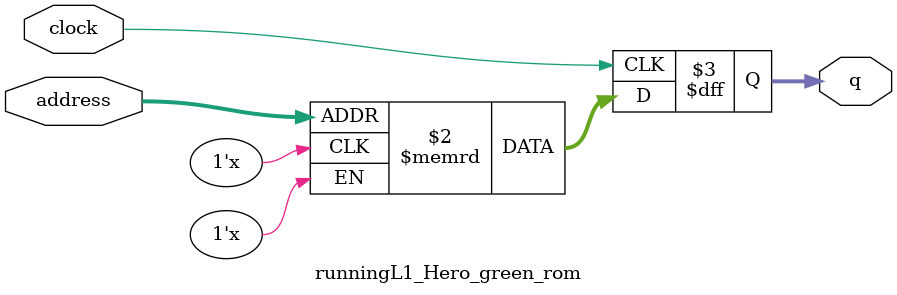
<source format=sv>
module runningL1_Hero_green_rom (
	input logic clock,
	input logic [11:0] address,
	output logic [2:0] q
);

logic [2:0] memory [0:2639] /* synthesis ram_init_file = "./runningL1_Hero_green/runningL1_Hero_green.mif" */;

always_ff @ (posedge clock) begin
	q <= memory[address];
end

endmodule

</source>
